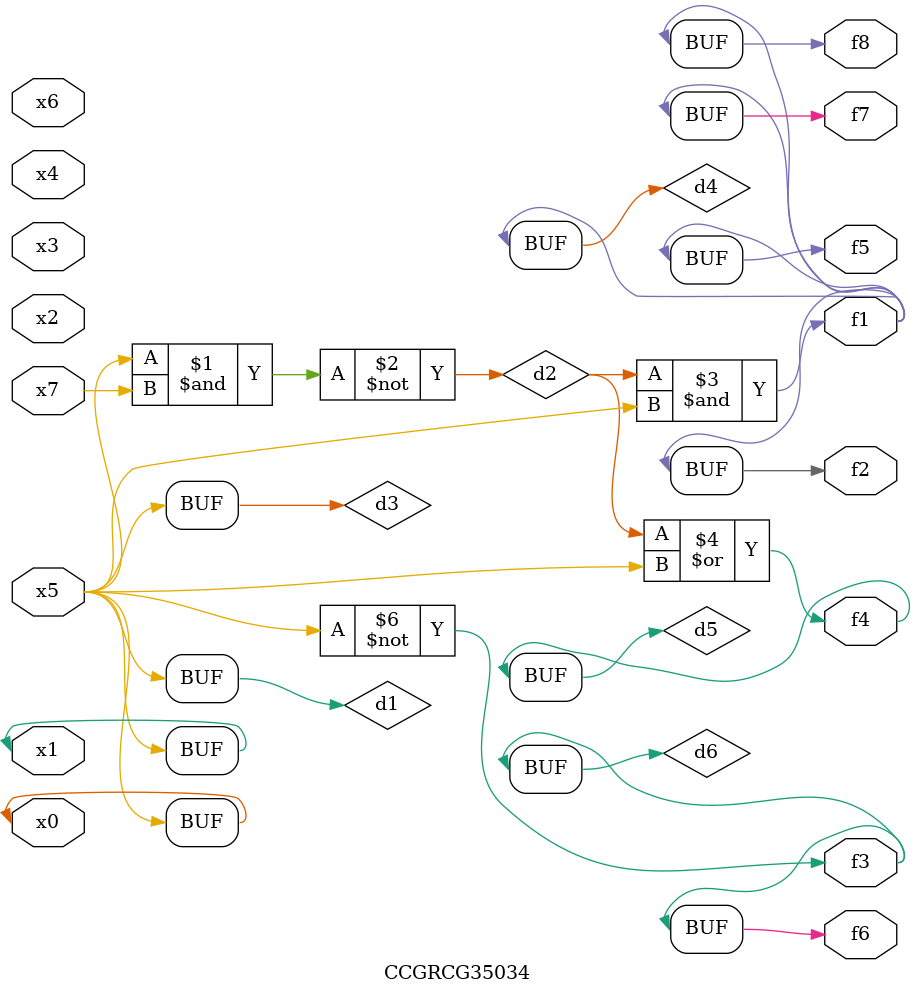
<source format=v>
module CCGRCG35034(
	input x0, x1, x2, x3, x4, x5, x6, x7,
	output f1, f2, f3, f4, f5, f6, f7, f8
);

	wire d1, d2, d3, d4, d5, d6;

	buf (d1, x0, x5);
	nand (d2, x5, x7);
	buf (d3, x0, x1);
	and (d4, d2, d3);
	or (d5, d2, d3);
	nor (d6, d1, d3);
	assign f1 = d4;
	assign f2 = d4;
	assign f3 = d6;
	assign f4 = d5;
	assign f5 = d4;
	assign f6 = d6;
	assign f7 = d4;
	assign f8 = d4;
endmodule

</source>
